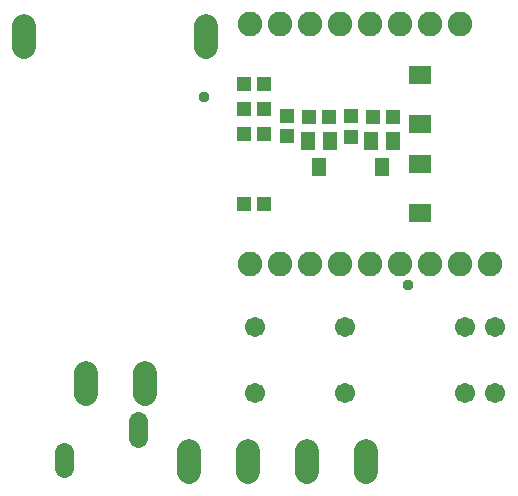
<source format=gbr>
G04 EAGLE Gerber RS-274X export*
G75*
%MOMM*%
%FSLAX34Y34*%
%LPD*%
%INSoldermask Bottom*%
%IPPOS*%
%AMOC8*
5,1,8,0,0,1.08239X$1,22.5*%
G01*
%ADD10C,1.711200*%
%ADD11R,1.203200X1.603200*%
%ADD12R,1.303200X1.203200*%
%ADD13R,1.203200X1.303200*%
%ADD14C,2.082800*%
%ADD15R,1.903200X1.485800*%
%ADD16C,1.993900*%
%ADD17C,2.003200*%
%ADD18C,1.625600*%
%ADD19C,0.959600*%


D10*
X226060Y137154D03*
X302260Y137154D03*
X403860Y137154D03*
X429260Y137154D03*
D11*
X280138Y328816D03*
X289638Y350816D03*
X270638Y350816D03*
D12*
X252855Y354379D03*
X252855Y371379D03*
D13*
X233187Y356531D03*
X216187Y356531D03*
X233294Y398756D03*
X216294Y398756D03*
X233291Y377616D03*
X216291Y377616D03*
X233187Y296976D03*
X216187Y296976D03*
D10*
X226060Y192691D03*
X302260Y192691D03*
X403860Y192691D03*
X429260Y192691D03*
D11*
X333419Y328816D03*
X342919Y350816D03*
X323919Y350816D03*
D12*
X307380Y354251D03*
X307380Y371251D03*
D14*
X221457Y449711D03*
X246857Y449711D03*
X272257Y449711D03*
X297657Y449711D03*
X323057Y449711D03*
X348457Y449711D03*
X373857Y449711D03*
X399257Y449711D03*
D15*
X365468Y406196D03*
X365468Y365084D03*
D13*
X342603Y370738D03*
X325603Y370738D03*
X288609Y370738D03*
X271609Y370738D03*
D15*
X365468Y289654D03*
X365468Y330766D03*
D14*
X221457Y246350D03*
X246857Y246350D03*
X272257Y246350D03*
X297657Y246350D03*
X323057Y246350D03*
X348457Y246350D03*
X373857Y246350D03*
X399257Y246350D03*
X424657Y246350D03*
D16*
X170033Y87813D02*
X170033Y69906D01*
X220033Y69906D02*
X220033Y87813D01*
X270033Y87813D02*
X270033Y69906D01*
X320033Y69906D02*
X320033Y87813D01*
D17*
X132284Y135980D02*
X132284Y153980D01*
X82284Y153980D02*
X82284Y135980D01*
X184284Y429980D02*
X184284Y447980D01*
X30284Y447980D02*
X30284Y429980D01*
D18*
X126844Y113674D02*
X126844Y99450D01*
X64003Y87450D02*
X64003Y73226D01*
D19*
X182151Y387949D03*
X355588Y228421D03*
M02*

</source>
